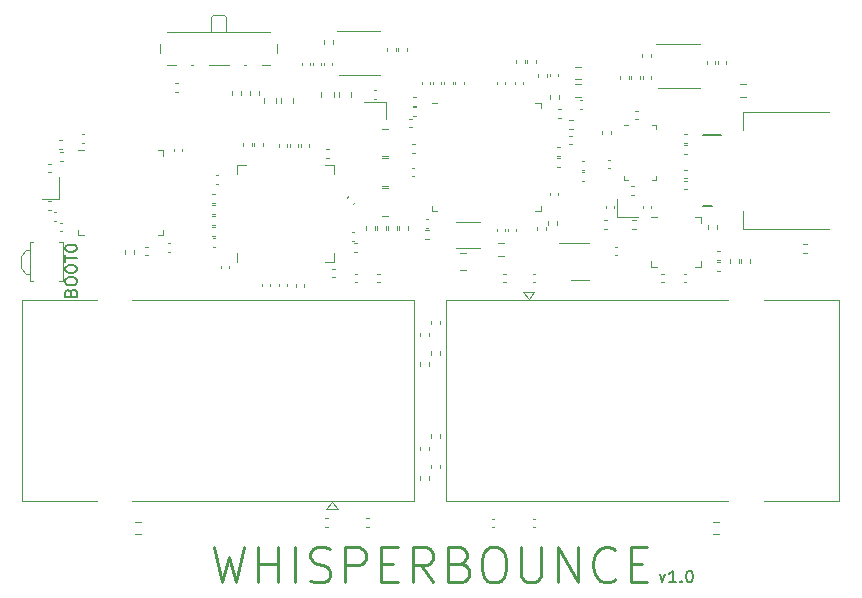
<source format=gbr>
G04 #@! TF.GenerationSoftware,KiCad,Pcbnew,5.99.0-unknown-r23941-4f651901*
G04 #@! TF.CreationDate,2020-11-30T00:39:53+01:00*
G04 #@! TF.ProjectId,whisperbounce,77686973-7065-4726-926f-756e63652e6b,rev?*
G04 #@! TF.SameCoordinates,Original*
G04 #@! TF.FileFunction,Legend,Top*
G04 #@! TF.FilePolarity,Positive*
%FSLAX46Y46*%
G04 Gerber Fmt 4.6, Leading zero omitted, Abs format (unit mm)*
G04 Created by KiCad (PCBNEW 5.99.0-unknown-r23941-4f651901) date 2020-11-30 00:39:53*
%MOMM*%
%LPD*%
G01*
G04 APERTURE LIST*
%ADD10C,0.150000*%
%ADD11C,0.250000*%
%ADD12C,0.120000*%
%ADD13C,0.100000*%
G04 APERTURE END LIST*
D10*
X164341428Y-97575714D02*
X164579523Y-98242380D01*
X164817619Y-97575714D01*
X165722380Y-98242380D02*
X165150952Y-98242380D01*
X165436666Y-98242380D02*
X165436666Y-97242380D01*
X165341428Y-97385238D01*
X165246190Y-97480476D01*
X165150952Y-97528095D01*
X166150952Y-98147142D02*
X166198571Y-98194761D01*
X166150952Y-98242380D01*
X166103333Y-98194761D01*
X166150952Y-98147142D01*
X166150952Y-98242380D01*
X166817619Y-97242380D02*
X166912857Y-97242380D01*
X167008095Y-97290000D01*
X167055714Y-97337619D01*
X167103333Y-97432857D01*
X167150952Y-97623333D01*
X167150952Y-97861428D01*
X167103333Y-98051904D01*
X167055714Y-98147142D01*
X167008095Y-98194761D01*
X166912857Y-98242380D01*
X166817619Y-98242380D01*
X166722380Y-98194761D01*
X166674761Y-98147142D01*
X166627142Y-98051904D01*
X166579523Y-97861428D01*
X166579523Y-97623333D01*
X166627142Y-97432857D01*
X166674761Y-97337619D01*
X166722380Y-97290000D01*
X166817619Y-97242380D01*
X114468571Y-73713333D02*
X114516190Y-73570476D01*
X114563809Y-73522857D01*
X114659047Y-73475238D01*
X114801904Y-73475238D01*
X114897142Y-73522857D01*
X114944761Y-73570476D01*
X114992380Y-73665714D01*
X114992380Y-74046666D01*
X113992380Y-74046666D01*
X113992380Y-73713333D01*
X114040000Y-73618095D01*
X114087619Y-73570476D01*
X114182857Y-73522857D01*
X114278095Y-73522857D01*
X114373333Y-73570476D01*
X114420952Y-73618095D01*
X114468571Y-73713333D01*
X114468571Y-74046666D01*
X113992380Y-72856190D02*
X113992380Y-72665714D01*
X114040000Y-72570476D01*
X114135238Y-72475238D01*
X114325714Y-72427619D01*
X114659047Y-72427619D01*
X114849523Y-72475238D01*
X114944761Y-72570476D01*
X114992380Y-72665714D01*
X114992380Y-72856190D01*
X114944761Y-72951428D01*
X114849523Y-73046666D01*
X114659047Y-73094285D01*
X114325714Y-73094285D01*
X114135238Y-73046666D01*
X114040000Y-72951428D01*
X113992380Y-72856190D01*
X113992380Y-71808571D02*
X113992380Y-71618095D01*
X114040000Y-71522857D01*
X114135238Y-71427619D01*
X114325714Y-71380000D01*
X114659047Y-71380000D01*
X114849523Y-71427619D01*
X114944761Y-71522857D01*
X114992380Y-71618095D01*
X114992380Y-71808571D01*
X114944761Y-71903809D01*
X114849523Y-71999047D01*
X114659047Y-72046666D01*
X114325714Y-72046666D01*
X114135238Y-71999047D01*
X114040000Y-71903809D01*
X113992380Y-71808571D01*
X113992380Y-71094285D02*
X113992380Y-70522857D01*
X114992380Y-70808571D02*
X113992380Y-70808571D01*
X113992380Y-69999047D02*
X113992380Y-69903809D01*
X114040000Y-69808571D01*
X114087619Y-69760952D01*
X114182857Y-69713333D01*
X114373333Y-69665714D01*
X114611428Y-69665714D01*
X114801904Y-69713333D01*
X114897142Y-69760952D01*
X114944761Y-69808571D01*
X114992380Y-69903809D01*
X114992380Y-69999047D01*
X114944761Y-70094285D01*
X114897142Y-70141904D01*
X114801904Y-70189523D01*
X114611428Y-70237142D01*
X114373333Y-70237142D01*
X114182857Y-70189523D01*
X114087619Y-70141904D01*
X114040000Y-70094285D01*
X113992380Y-69999047D01*
D11*
X126591428Y-95237142D02*
X127305714Y-98237142D01*
X127877142Y-96094285D01*
X128448571Y-98237142D01*
X129162857Y-95237142D01*
X130305714Y-98237142D02*
X130305714Y-95237142D01*
X130305714Y-96665714D02*
X132019999Y-96665714D01*
X132019999Y-98237142D02*
X132019999Y-95237142D01*
X133448571Y-98237142D02*
X133448571Y-95237142D01*
X134734285Y-98094285D02*
X135162857Y-98237142D01*
X135877142Y-98237142D01*
X136162857Y-98094285D01*
X136305714Y-97951428D01*
X136448571Y-97665714D01*
X136448571Y-97380000D01*
X136305714Y-97094285D01*
X136162857Y-96951428D01*
X135877142Y-96808571D01*
X135305714Y-96665714D01*
X135020000Y-96522857D01*
X134877142Y-96380000D01*
X134734285Y-96094285D01*
X134734285Y-95808571D01*
X134877142Y-95522857D01*
X135020000Y-95380000D01*
X135305714Y-95237142D01*
X136020000Y-95237142D01*
X136448571Y-95380000D01*
X137734285Y-98237142D02*
X137734285Y-95237142D01*
X138877142Y-95237142D01*
X139162857Y-95380000D01*
X139305714Y-95522857D01*
X139448571Y-95808571D01*
X139448571Y-96237142D01*
X139305714Y-96522857D01*
X139162857Y-96665714D01*
X138877142Y-96808571D01*
X137734285Y-96808571D01*
X140734285Y-96665714D02*
X141734285Y-96665714D01*
X142162857Y-98237142D02*
X140734285Y-98237142D01*
X140734285Y-95237142D01*
X142162857Y-95237142D01*
X145162857Y-98237142D02*
X144162857Y-96808571D01*
X143448571Y-98237142D02*
X143448571Y-95237142D01*
X144591428Y-95237142D01*
X144877142Y-95380000D01*
X145020000Y-95522857D01*
X145162857Y-95808571D01*
X145162857Y-96237142D01*
X145020000Y-96522857D01*
X144877142Y-96665714D01*
X144591428Y-96808571D01*
X143448571Y-96808571D01*
X147448571Y-96665714D02*
X147877142Y-96808571D01*
X148020000Y-96951428D01*
X148162857Y-97237142D01*
X148162857Y-97665714D01*
X148020000Y-97951428D01*
X147877142Y-98094285D01*
X147591428Y-98237142D01*
X146448571Y-98237142D01*
X146448571Y-95237142D01*
X147448571Y-95237142D01*
X147734285Y-95380000D01*
X147877142Y-95522857D01*
X148020000Y-95808571D01*
X148020000Y-96094285D01*
X147877142Y-96380000D01*
X147734285Y-96522857D01*
X147448571Y-96665714D01*
X146448571Y-96665714D01*
X150020000Y-95237142D02*
X150591428Y-95237142D01*
X150877142Y-95380000D01*
X151162857Y-95665714D01*
X151305714Y-96237142D01*
X151305714Y-97237142D01*
X151162857Y-97808571D01*
X150877142Y-98094285D01*
X150591428Y-98237142D01*
X150020000Y-98237142D01*
X149734285Y-98094285D01*
X149448571Y-97808571D01*
X149305714Y-97237142D01*
X149305714Y-96237142D01*
X149448571Y-95665714D01*
X149734285Y-95380000D01*
X150020000Y-95237142D01*
X152591428Y-95237142D02*
X152591428Y-97665714D01*
X152734285Y-97951428D01*
X152877142Y-98094285D01*
X153162857Y-98237142D01*
X153734285Y-98237142D01*
X154020000Y-98094285D01*
X154162857Y-97951428D01*
X154305714Y-97665714D01*
X154305714Y-95237142D01*
X155734285Y-98237142D02*
X155734285Y-95237142D01*
X157448571Y-98237142D01*
X157448571Y-95237142D01*
X160591428Y-97951428D02*
X160448571Y-98094285D01*
X160020000Y-98237142D01*
X159734285Y-98237142D01*
X159305714Y-98094285D01*
X159020000Y-97808571D01*
X158877142Y-97522857D01*
X158734285Y-96951428D01*
X158734285Y-96522857D01*
X158877142Y-95951428D01*
X159020000Y-95665714D01*
X159305714Y-95380000D01*
X159734285Y-95237142D01*
X160020000Y-95237142D01*
X160448571Y-95380000D01*
X160591428Y-95522857D01*
X161877142Y-96665714D02*
X162877142Y-96665714D01*
X163305714Y-98237142D02*
X161877142Y-98237142D01*
X161877142Y-95237142D01*
X163305714Y-95237142D01*
D12*
G04 #@! TO.C,C13*
X155887836Y-62325000D02*
X155672164Y-62325000D01*
X155887836Y-63045000D02*
X155672164Y-63045000D01*
G04 #@! TO.C,U8*
X137200000Y-55250000D02*
X140700000Y-55250000D01*
X140700000Y-51550000D02*
X137000000Y-51550000D01*
G04 #@! TO.C,C21*
X159932164Y-63200000D02*
X160147836Y-63200000D01*
X159932164Y-62480000D02*
X160147836Y-62480000D01*
G04 #@! TO.C,C47*
X113749414Y-67816251D02*
X113533742Y-67816251D01*
X113749414Y-68536251D02*
X113533742Y-68536251D01*
G04 #@! TO.C,C84*
X151297836Y-72850000D02*
X151082164Y-72850000D01*
X151297836Y-72130000D02*
X151082164Y-72130000D01*
G04 #@! TO.C,R17*
X130380000Y-56646359D02*
X130380000Y-56953641D01*
X129620000Y-56646359D02*
X129620000Y-56953641D01*
G04 #@! TO.C,C12*
X157967835Y-63330000D02*
X157752163Y-63330000D01*
X157967835Y-62610000D02*
X157752163Y-62610000D01*
G04 #@! TO.C,FB4*
X150662742Y-70572500D02*
X151137258Y-70572500D01*
X150662742Y-69527500D02*
X151137258Y-69527500D01*
G04 #@! TO.C,FB6*
X138242500Y-56712742D02*
X138242500Y-57187258D01*
X137197500Y-56712742D02*
X137197500Y-57187258D01*
G04 #@! TO.C,C23*
X156692164Y-61160000D02*
X156907836Y-61160000D01*
X156692164Y-60440000D02*
X156907836Y-60440000D01*
G04 #@! TO.C,R18*
X128120000Y-56646359D02*
X128120000Y-56953641D01*
X128880000Y-56646359D02*
X128880000Y-56953641D01*
G04 #@! TO.C,C67*
X134680000Y-61152164D02*
X134680000Y-61367836D01*
X133960000Y-61152164D02*
X133960000Y-61367836D01*
G04 #@! TO.C,R32*
X126733641Y-68900000D02*
X126426359Y-68900000D01*
X126733641Y-68140000D02*
X126426359Y-68140000D01*
G04 #@! TO.C,C62*
X133040000Y-61152164D02*
X133040000Y-61367836D01*
X133760000Y-61152164D02*
X133760000Y-61367836D01*
G04 #@! TO.C,C68*
X126482164Y-67230000D02*
X126697836Y-67230000D01*
X126482164Y-67950000D02*
X126697836Y-67950000D01*
G04 #@! TO.C,C76*
X140117164Y-57285000D02*
X140332836Y-57285000D01*
X140117164Y-56565000D02*
X140332836Y-56565000D01*
G04 #@! TO.C,R22*
X136655000Y-52653641D02*
X136655000Y-52346359D01*
X135895000Y-52653641D02*
X135895000Y-52346359D01*
G04 #@! TO.C,C42*
X145860000Y-56057836D02*
X145860000Y-55842164D01*
X145140000Y-56057836D02*
X145140000Y-55842164D01*
D13*
G04 #@! TO.C,D1*
X179710000Y-69930000D02*
G75*
G03*
X179710000Y-69930000I-50000J0D01*
G01*
D12*
G04 #@! TO.C,R29*
X141345000Y-68378641D02*
X141345000Y-68071359D01*
X142105000Y-68378641D02*
X142105000Y-68071359D01*
G04 #@! TO.C,C40*
X143492164Y-58760000D02*
X143707836Y-58760000D01*
X143492164Y-58040000D02*
X143707836Y-58040000D01*
G04 #@! TO.C,C8*
X166617836Y-63320000D02*
X166402164Y-63320000D01*
X166617836Y-64040000D02*
X166402164Y-64040000D01*
G04 #@! TO.C,C35*
X152090000Y-56057836D02*
X152090000Y-55842164D01*
X152810000Y-56057836D02*
X152810000Y-55842164D01*
G04 #@! TO.C,R20*
X113446359Y-61580000D02*
X113753641Y-61580000D01*
X113446359Y-60820000D02*
X113753641Y-60820000D01*
G04 #@! TO.C,X1*
X141175000Y-57550000D02*
X139325000Y-57550000D01*
X141175000Y-59000000D02*
X141175000Y-57550000D01*
G04 #@! TO.C,C74*
X134040000Y-54237164D02*
X134040000Y-54452836D01*
X134760000Y-54237164D02*
X134760000Y-54452836D01*
G04 #@! TO.C,C52*
X121007836Y-69840000D02*
X120792164Y-69840000D01*
X121007836Y-70560000D02*
X120792164Y-70560000D01*
G04 #@! TO.C,R35*
X145020000Y-88296359D02*
X145020000Y-88603641D01*
X145780000Y-88296359D02*
X145780000Y-88603641D01*
G04 #@! TO.C,C37*
X157572164Y-58150000D02*
X157787836Y-58150000D01*
X157572164Y-57430000D02*
X157787836Y-57430000D01*
G04 #@! TO.C,R8*
X169210000Y-67996359D02*
X169210000Y-68303641D01*
X168450000Y-67996359D02*
X168450000Y-68303641D01*
G04 #@! TO.C,C14*
X157967836Y-64250000D02*
X157752164Y-64250000D01*
X157967836Y-63530000D02*
X157752164Y-63530000D01*
G04 #@! TO.C,C33*
X150540000Y-68292164D02*
X150540000Y-68507836D01*
X151260000Y-68292164D02*
X151260000Y-68507836D01*
G04 #@! TO.C,C2*
X169260000Y-54327836D02*
X169260000Y-54112164D01*
X169980000Y-54327836D02*
X169980000Y-54112164D01*
D10*
G04 #@! TO.C,U3*
X168000000Y-66370000D02*
X168750000Y-66370000D01*
X168000000Y-60370000D02*
X169500000Y-60370000D01*
D12*
G04 #@! TO.C,U7*
X121855000Y-61640000D02*
X122330000Y-61640000D01*
X122330000Y-61640000D02*
X122330000Y-62115000D01*
X115585000Y-68860000D02*
X115110000Y-68860000D01*
X121855000Y-68860000D02*
X122330000Y-68860000D01*
X122330000Y-68860000D02*
X122330000Y-68385000D01*
X115585000Y-61640000D02*
X115110000Y-61640000D01*
X115110000Y-68860000D02*
X115110000Y-68385000D01*
G04 #@! TO.C,C81*
X150142164Y-92840000D02*
X150357836Y-92840000D01*
X150142164Y-93560000D02*
X150357836Y-93560000D01*
G04 #@! TO.C,R37*
X176516359Y-70320000D02*
X176823641Y-70320000D01*
X176516359Y-69560000D02*
X176823641Y-69560000D01*
G04 #@! TO.C,C78*
X138757836Y-72130000D02*
X138542164Y-72130000D01*
X138757836Y-72850000D02*
X138542164Y-72850000D01*
G04 #@! TO.C,C49*
X112777836Y-63535000D02*
X112562164Y-63535000D01*
X112777836Y-62815000D02*
X112562164Y-62815000D01*
G04 #@! TO.C,C41*
X146090000Y-56057836D02*
X146090000Y-55842164D01*
X146810000Y-56057836D02*
X146810000Y-55842164D01*
G04 #@! TO.C,C32*
X144757836Y-68210000D02*
X144542164Y-68210000D01*
X144757836Y-67490000D02*
X144542164Y-67490000D01*
G04 #@! TO.C,R10*
X155020000Y-56996359D02*
X155020000Y-57303641D01*
X155780000Y-56996359D02*
X155780000Y-57303641D01*
G04 #@! TO.C,C50*
X112562164Y-66710000D02*
X112777836Y-66710000D01*
X112562164Y-65990000D02*
X112777836Y-65990000D01*
G04 #@! TO.C,FB8*
X131872500Y-57202742D02*
X131872500Y-57677258D01*
X130827500Y-57202742D02*
X130827500Y-57677258D01*
G04 #@! TO.C,C1*
X162272164Y-59030000D02*
X162487836Y-59030000D01*
X162272164Y-58310000D02*
X162487836Y-58310000D01*
G04 #@! TO.C,Y2*
X113470000Y-65750000D02*
X113470000Y-63900000D01*
X112020000Y-65750000D02*
X113470000Y-65750000D01*
G04 #@! TO.C,C25*
X143607836Y-61140000D02*
X143392164Y-61140000D01*
X143607836Y-61860000D02*
X143392164Y-61860000D01*
G04 #@! TO.C,R15*
X154680000Y-68146359D02*
X154680000Y-68453641D01*
X153920000Y-68146359D02*
X153920000Y-68453641D01*
G04 #@! TO.C,C48*
X123190000Y-61757836D02*
X123190000Y-61542164D01*
X123910000Y-61757836D02*
X123910000Y-61542164D01*
G04 #@! TO.C,R34*
X144830000Y-87053641D02*
X144830000Y-86746359D01*
X144070000Y-87053641D02*
X144070000Y-86746359D01*
G04 #@! TO.C,C46*
X122692164Y-70260000D02*
X122907836Y-70260000D01*
X122692164Y-69540000D02*
X122907836Y-69540000D01*
G04 #@! TO.C,C60*
X126752164Y-63760000D02*
X126967836Y-63760000D01*
X126752164Y-64480000D02*
X126967836Y-64480000D01*
G04 #@! TO.C,C36*
X144190000Y-56057836D02*
X144190000Y-55842164D01*
X144910000Y-56057836D02*
X144910000Y-55842164D01*
G04 #@! TO.C,C5*
X166617836Y-64960000D02*
X166402164Y-64960000D01*
X166617836Y-64240000D02*
X166402164Y-64240000D01*
G04 #@! TO.C,R31*
X140205000Y-68378641D02*
X140205000Y-68071359D01*
X139445000Y-68378641D02*
X139445000Y-68071359D01*
G04 #@! TO.C,C63*
X138677836Y-70240000D02*
X138462164Y-70240000D01*
X138677836Y-69520000D02*
X138462164Y-69520000D01*
G04 #@! TO.C,L1*
X147100000Y-67700000D02*
X149100000Y-67700000D01*
X147100000Y-69900000D02*
X149100000Y-69900000D01*
G04 #@! TO.C,C29*
X143557836Y-63860000D02*
X143342164Y-63860000D01*
X143557836Y-63140000D02*
X143342164Y-63140000D01*
G04 #@! TO.C,R7*
X162183641Y-64670000D02*
X161876359Y-64670000D01*
X162183641Y-65430000D02*
X161876359Y-65430000D01*
G04 #@! TO.C,C75*
X129820000Y-61087164D02*
X129820000Y-61302836D01*
X129100000Y-61087164D02*
X129100000Y-61302836D01*
G04 #@! TO.C,R11*
X154020000Y-55171359D02*
X154020000Y-55478641D01*
X154780000Y-55171359D02*
X154780000Y-55478641D01*
G04 #@! TO.C,C45*
X115392164Y-60290000D02*
X115607836Y-60290000D01*
X115392164Y-61010000D02*
X115607836Y-61010000D01*
G04 #@! TO.C,U2*
X161350000Y-64180000D02*
X161350000Y-63830000D01*
X161700000Y-64180000D02*
X161350000Y-64180000D01*
X164050000Y-63830000D02*
X164050000Y-64180000D01*
X161700000Y-59480000D02*
X161350000Y-59480000D01*
X163700000Y-59480000D02*
X164050000Y-59480000D01*
X164050000Y-64180000D02*
X163700000Y-64180000D01*
X164050000Y-59480000D02*
X164050000Y-59830000D01*
G04 #@! TO.C,C71*
X138477836Y-69320000D02*
X138262164Y-69320000D01*
X138477836Y-68600000D02*
X138262164Y-68600000D01*
G04 #@! TO.C,C44*
X113807836Y-62560000D02*
X113592164Y-62560000D01*
X113807836Y-61840000D02*
X113592164Y-61840000D01*
G04 #@! TO.C,C64*
X138505810Y-66078307D02*
X138353307Y-66230810D01*
X137996693Y-65569190D02*
X137844190Y-65721693D01*
G04 #@! TO.C,C82*
X153817836Y-93560000D02*
X153602164Y-93560000D01*
X153817836Y-92840000D02*
X153602164Y-92840000D01*
G04 #@! TO.C,U9*
X136760000Y-71110000D02*
X136010000Y-71110000D01*
X136760000Y-62890000D02*
X136010000Y-62890000D01*
X136760000Y-63640000D02*
X136760000Y-62890000D01*
X128540000Y-63640000D02*
X128540000Y-62890000D01*
X128540000Y-70360000D02*
X128540000Y-71110000D01*
X128540000Y-62890000D02*
X129290000Y-62890000D01*
X136760000Y-70360000D02*
X136760000Y-71110000D01*
G04 #@! TO.C,RN4*
X141330000Y-62180000D02*
X140830000Y-62180000D01*
X141330000Y-59820000D02*
X140830000Y-59820000D01*
G04 #@! TO.C,R19*
X123603641Y-56730000D02*
X123296359Y-56730000D01*
X123603641Y-55970000D02*
X123296359Y-55970000D01*
G04 #@! TO.C,RN2*
X141330000Y-64850000D02*
X140830000Y-64850000D01*
X141330000Y-67210000D02*
X140830000Y-67210000D01*
G04 #@! TO.C,RN3*
X141330000Y-64690000D02*
X140830000Y-64690000D01*
X141330000Y-62330000D02*
X140830000Y-62330000D01*
G04 #@! TO.C,C6*
X166617836Y-61240000D02*
X166402164Y-61240000D01*
X166617836Y-61960000D02*
X166402164Y-61960000D01*
G04 #@! TO.C,C9*
X166617836Y-60320000D02*
X166402164Y-60320000D01*
X166617836Y-61040000D02*
X166402164Y-61040000D01*
G04 #@! TO.C,Y1*
X160690000Y-67270000D02*
X162540000Y-67270000D01*
X160690000Y-65820000D02*
X160690000Y-67270000D01*
G04 #@! TO.C,R1*
X171270000Y-70896359D02*
X171270000Y-71203641D01*
X172030000Y-70896359D02*
X172030000Y-71203641D01*
G04 #@! TO.C,C15*
X159760000Y-66362164D02*
X159760000Y-66577836D01*
X160480000Y-66362164D02*
X160480000Y-66577836D01*
G04 #@! TO.C,C57*
X133550000Y-73217836D02*
X133550000Y-73002164D01*
X134270000Y-73217836D02*
X134270000Y-73002164D01*
G04 #@! TO.C,C69*
X136857836Y-72430000D02*
X136642164Y-72430000D01*
X136857836Y-71710000D02*
X136642164Y-71710000D01*
G04 #@! TO.C,R16*
X144803641Y-69180000D02*
X144496359Y-69180000D01*
X144803641Y-68420000D02*
X144496359Y-68420000D01*
G04 #@! TO.C,C54*
X132080000Y-73167836D02*
X132080000Y-72952164D01*
X132800000Y-73167836D02*
X132800000Y-72952164D01*
G04 #@! TO.C,FB10*
X168862742Y-94182500D02*
X169337258Y-94182500D01*
X168862742Y-93137500D02*
X169337258Y-93137500D01*
G04 #@! TO.C,C30*
X155040000Y-65242164D02*
X155040000Y-65457836D01*
X155760000Y-65242164D02*
X155760000Y-65457836D01*
G04 #@! TO.C,C61*
X127190000Y-71667836D02*
X127190000Y-71452164D01*
X127910000Y-71667836D02*
X127910000Y-71452164D01*
G04 #@! TO.C,U6*
X153795000Y-57620000D02*
X154270000Y-57620000D01*
X153795000Y-66840000D02*
X154270000Y-66840000D01*
X145525000Y-57620000D02*
X145050000Y-57620000D01*
X145050000Y-66840000D02*
X145050000Y-66365000D01*
X145525000Y-66840000D02*
X145050000Y-66840000D01*
X154270000Y-57620000D02*
X154270000Y-58095000D01*
X154270000Y-66840000D02*
X154270000Y-66365000D01*
G04 #@! TO.C,C19*
X163610000Y-55372164D02*
X163610000Y-55587836D01*
X162890000Y-55372164D02*
X162890000Y-55587836D01*
G04 #@! TO.C,U4*
X167375000Y-67310000D02*
X167850000Y-67310000D01*
X164105000Y-71530000D02*
X163630000Y-71530000D01*
X167850000Y-71530000D02*
X167850000Y-71055000D01*
X167850000Y-67310000D02*
X167850000Y-67785000D01*
X163630000Y-71530000D02*
X163630000Y-71055000D01*
X164105000Y-67310000D02*
X163630000Y-67310000D01*
X167375000Y-71530000D02*
X167850000Y-71530000D01*
G04 #@! TO.C,C55*
X141265000Y-53232836D02*
X141265000Y-53017164D01*
X141985000Y-53232836D02*
X141985000Y-53017164D01*
G04 #@! TO.C,C80*
X139717836Y-92810000D02*
X139502164Y-92810000D01*
X139717836Y-93530000D02*
X139502164Y-93530000D01*
G04 #@! TO.C,C65*
X132830000Y-61152164D02*
X132830000Y-61367836D01*
X132110000Y-61152164D02*
X132110000Y-61367836D01*
G04 #@! TO.C,C70*
X136347836Y-62300000D02*
X136132164Y-62300000D01*
X136347836Y-61580000D02*
X136132164Y-61580000D01*
G04 #@! TO.C,R28*
X142295000Y-68378641D02*
X142295000Y-68071359D01*
X143055000Y-68378641D02*
X143055000Y-68071359D01*
G04 #@! TO.C,R27*
X145020000Y-76096359D02*
X145020000Y-76403641D01*
X145780000Y-76096359D02*
X145780000Y-76403641D01*
G04 #@! TO.C,C73*
X135685000Y-54242164D02*
X135685000Y-54457836D01*
X134965000Y-54242164D02*
X134965000Y-54457836D01*
G04 #@! TO.C,R36*
X145780000Y-78646359D02*
X145780000Y-78953641D01*
X145020000Y-78646359D02*
X145020000Y-78953641D01*
G04 #@! TO.C,C43*
X147986252Y-70340000D02*
X147463748Y-70340000D01*
X147986252Y-71810000D02*
X147463748Y-71810000D01*
G04 #@! TO.C,FB2*
X171657258Y-57122500D02*
X171182742Y-57122500D01*
X171657258Y-56077500D02*
X171182742Y-56077500D01*
G04 #@! TO.C,R12*
X155690000Y-67973641D02*
X155690000Y-67666359D01*
X154930000Y-67973641D02*
X154930000Y-67666359D01*
G04 #@! TO.C,C79*
X136012164Y-93520000D02*
X136227836Y-93520000D01*
X136012164Y-92800000D02*
X136227836Y-92800000D01*
G04 #@! TO.C,C20*
X143357836Y-58990000D02*
X143142164Y-58990000D01*
X143357836Y-59710000D02*
X143142164Y-59710000D01*
G04 #@! TO.C,C7*
X161730000Y-55372164D02*
X161730000Y-55587836D01*
X161010000Y-55372164D02*
X161010000Y-55587836D01*
G04 #@! TO.C,C17*
X164697836Y-72840000D02*
X164482164Y-72840000D01*
X164697836Y-72120000D02*
X164482164Y-72120000D01*
G04 #@! TO.C,R2*
X170330000Y-71203641D02*
X170330000Y-70896359D01*
X171090000Y-71203641D02*
X171090000Y-70896359D01*
G04 #@! TO.C,U5*
X157600000Y-69540000D02*
X158400000Y-69540000D01*
X157600000Y-72660000D02*
X156800000Y-72660000D01*
X157600000Y-72660000D02*
X158400000Y-72660000D01*
X157600000Y-69540000D02*
X155800000Y-69540000D01*
G04 #@! TO.C,R30*
X140395000Y-68378641D02*
X140395000Y-68071359D01*
X141155000Y-68378641D02*
X141155000Y-68071359D01*
G04 #@! TO.C,R21*
X119070000Y-70146359D02*
X119070000Y-70453641D01*
X119830000Y-70146359D02*
X119830000Y-70453641D01*
G04 #@! TO.C,J1*
X171410000Y-68330000D02*
X178670000Y-68330000D01*
X171410000Y-58430000D02*
X178670000Y-58430000D01*
X171410000Y-68330000D02*
X171410000Y-66830000D01*
X171410000Y-59930000D02*
X171410000Y-58430000D01*
G04 #@! TO.C,R5*
X169463641Y-70210000D02*
X169156359Y-70210000D01*
X169463641Y-70970000D02*
X169156359Y-70970000D01*
G04 #@! TO.C,C22*
X153115000Y-54232836D02*
X153115000Y-54017164D01*
X153835000Y-54232836D02*
X153835000Y-54017164D01*
G04 #@! TO.C,C4*
X162890000Y-66567836D02*
X162890000Y-66352164D01*
X163610000Y-66567836D02*
X163610000Y-66352164D01*
G04 #@! TO.C,C59*
X126492164Y-69090000D02*
X126707836Y-69090000D01*
X126492164Y-69810000D02*
X126707836Y-69810000D01*
G04 #@! TO.C,C38*
X160542164Y-70535000D02*
X160757836Y-70535000D01*
X160542164Y-69815000D02*
X160757836Y-69815000D01*
G04 #@! TO.C,C26*
X152215000Y-54232836D02*
X152215000Y-54017164D01*
X152935000Y-54232836D02*
X152935000Y-54017164D01*
G04 #@! TO.C,C72*
X136635000Y-54242164D02*
X136635000Y-54457836D01*
X135915000Y-54242164D02*
X135915000Y-54457836D01*
G04 #@! TO.C,C3*
X168340000Y-54327836D02*
X168340000Y-54112164D01*
X169060000Y-54327836D02*
X169060000Y-54112164D01*
G04 #@! TO.C,FB7*
X135697500Y-56712742D02*
X135697500Y-57187258D01*
X136742500Y-56712742D02*
X136742500Y-57187258D01*
G04 #@! TO.C,C11*
X155887836Y-62135000D02*
X155672164Y-62135000D01*
X155887836Y-61415000D02*
X155672164Y-61415000D01*
G04 #@! TO.C,FB5*
X133332500Y-57202742D02*
X133332500Y-57677258D01*
X132287500Y-57202742D02*
X132287500Y-57677258D01*
G04 #@! TO.C,R23*
X130790000Y-61323641D02*
X130790000Y-61016359D01*
X130030000Y-61323641D02*
X130030000Y-61016359D01*
G04 #@! TO.C,C66*
X131390000Y-73187836D02*
X131390000Y-72972164D01*
X130670000Y-73187836D02*
X130670000Y-72972164D01*
G04 #@! TO.C,C27*
X147040000Y-56057836D02*
X147040000Y-55842164D01*
X147760000Y-56057836D02*
X147760000Y-55842164D01*
G04 #@! TO.C,C39*
X155742164Y-58190000D02*
X155957836Y-58190000D01*
X155742164Y-58910000D02*
X155957836Y-58910000D01*
G04 #@! TO.C,C24*
X151260000Y-56057836D02*
X151260000Y-55842164D01*
X150540000Y-56057836D02*
X150540000Y-55842164D01*
G04 #@! TO.C,C10*
X162670000Y-55372164D02*
X162670000Y-55587836D01*
X161950000Y-55372164D02*
X161950000Y-55587836D01*
G04 #@! TO.C,U1*
X164220000Y-56390000D02*
X167720000Y-56390000D01*
X167720000Y-52690000D02*
X164020000Y-52690000D01*
G04 #@! TO.C,R24*
X144070000Y-79928641D02*
X144070000Y-79621359D01*
X144830000Y-79928641D02*
X144830000Y-79621359D01*
G04 #@! TO.C,C51*
X113042164Y-66890000D02*
X113257836Y-66890000D01*
X113042164Y-67610000D02*
X113257836Y-67610000D01*
G04 #@! TO.C,FB3*
X157687258Y-55622500D02*
X157212742Y-55622500D01*
X157687258Y-54577500D02*
X157212742Y-54577500D01*
G04 #@! TO.C,J3*
X143560000Y-91320000D02*
X119680000Y-91320000D01*
X136090000Y-92050000D02*
X136590000Y-91450000D01*
X119670000Y-74330000D02*
X143560000Y-74330000D01*
X110340000Y-74330000D02*
X116680000Y-74330000D01*
X110340000Y-91320000D02*
X116670000Y-91320000D01*
X137090000Y-92050000D02*
X136590000Y-91450000D01*
X143560000Y-74330000D02*
X143560000Y-91320000D01*
X137090000Y-92050000D02*
X136090000Y-92050000D01*
X110340000Y-74330000D02*
X110340000Y-91320000D01*
G04 #@! TO.C,R33*
X144830000Y-77403641D02*
X144830000Y-77096359D01*
X144070000Y-77403641D02*
X144070000Y-77096359D01*
G04 #@! TO.C,C56*
X126472164Y-67030000D02*
X126687836Y-67030000D01*
X126472164Y-66310000D02*
X126687836Y-66310000D01*
G04 #@! TO.C,FB9*
X120407258Y-93127500D02*
X119932742Y-93127500D01*
X120407258Y-94172500D02*
X119932742Y-94172500D01*
G04 #@! TO.C,J4*
X152740000Y-73620000D02*
X153740000Y-73620000D01*
X179490000Y-91340000D02*
X173150000Y-91340000D01*
X179490000Y-74350000D02*
X173160000Y-74350000D01*
X152740000Y-73620000D02*
X153240000Y-74220000D01*
X146270000Y-74350000D02*
X170150000Y-74350000D01*
X146270000Y-91340000D02*
X146270000Y-74350000D01*
X153740000Y-73620000D02*
X153240000Y-74220000D01*
X179490000Y-91340000D02*
X179490000Y-74350000D01*
X170160000Y-91340000D02*
X146270000Y-91340000D01*
G04 #@! TO.C,R9*
X163630000Y-53783641D02*
X163630000Y-53476359D01*
X162870000Y-53783641D02*
X162870000Y-53476359D01*
G04 #@! TO.C,C77*
X140637836Y-72130000D02*
X140422164Y-72130000D01*
X140637836Y-72850000D02*
X140422164Y-72850000D01*
G04 #@! TO.C,R26*
X145780000Y-85721359D02*
X145780000Y-86028641D01*
X145020000Y-85721359D02*
X145020000Y-86028641D01*
G04 #@! TO.C,C53*
X142910000Y-53232836D02*
X142910000Y-53017164D01*
X142190000Y-53232836D02*
X142190000Y-53017164D01*
G04 #@! TO.C,C18*
X159867836Y-68310000D02*
X159652164Y-68310000D01*
X159867836Y-67590000D02*
X159652164Y-67590000D01*
G04 #@! TO.C,C28*
X151490000Y-68292164D02*
X151490000Y-68507836D01*
X152210000Y-68292164D02*
X152210000Y-68507836D01*
G04 #@! TO.C,C16*
X166577836Y-72110000D02*
X166362164Y-72110000D01*
X166577836Y-72830000D02*
X166362164Y-72830000D01*
G04 #@! TO.C,R25*
X144805000Y-89578641D02*
X144805000Y-89271359D01*
X144045000Y-89578641D02*
X144045000Y-89271359D01*
G04 #@! TO.C,R3*
X162006359Y-67550000D02*
X162313641Y-67550000D01*
X162006359Y-68310000D02*
X162313641Y-68310000D01*
G04 #@! TO.C,FB1*
X157687258Y-57122500D02*
X157212742Y-57122500D01*
X157687258Y-56077500D02*
X157212742Y-56077500D01*
G04 #@! TO.C,SW2*
X113790000Y-69450000D02*
X113490000Y-69450000D01*
X110290000Y-70600000D02*
X110670000Y-70100000D01*
X110990000Y-72750000D02*
X110990000Y-69450000D01*
X113790000Y-72750000D02*
X113790000Y-69450000D01*
X110290000Y-71600000D02*
X110670000Y-72100000D01*
X110670000Y-70100000D02*
X110990000Y-70100000D01*
X111290000Y-72750000D02*
X110990000Y-72750000D01*
X113490000Y-72750000D02*
X113790000Y-72750000D01*
X110670000Y-72100000D02*
X110990000Y-72100000D01*
X110990000Y-69450000D02*
X111290000Y-69450000D01*
X110290000Y-71600000D02*
X110290000Y-70600000D01*
G04 #@! TO.C,C34*
X155760000Y-55407836D02*
X155760000Y-55192164D01*
X155040000Y-55407836D02*
X155040000Y-55192164D01*
G04 #@! TO.C,R4*
X169463641Y-71150000D02*
X169156359Y-71150000D01*
X169463641Y-71910000D02*
X169156359Y-71910000D01*
G04 #@! TO.C,SW1*
X127860000Y-54460000D02*
X126160000Y-54460000D01*
X126360000Y-50370000D02*
X126560000Y-50170000D01*
X127660000Y-50370000D02*
X127460000Y-50170000D01*
X127660000Y-51670000D02*
X127660000Y-50370000D01*
X126360000Y-50370000D02*
X126360000Y-51670000D01*
X129360000Y-54460000D02*
X129160000Y-54460000D01*
X131360000Y-54460000D02*
X130660000Y-54460000D01*
X123360000Y-54460000D02*
X122660000Y-54460000D01*
X131360000Y-51670000D02*
X122660000Y-51670000D01*
X124860000Y-54460000D02*
X124660000Y-54460000D01*
X131960000Y-53460000D02*
X131960000Y-52670000D01*
X122060000Y-52670000D02*
X122060000Y-53460000D01*
X126560000Y-50170000D02*
X127460000Y-50170000D01*
G04 #@! TO.C,R13*
X157003641Y-59120000D02*
X156696359Y-59120000D01*
X157003641Y-59880000D02*
X156696359Y-59880000D01*
G04 #@! TO.C,C58*
X126482164Y-65390000D02*
X126697836Y-65390000D01*
X126482164Y-66110000D02*
X126697836Y-66110000D01*
G04 #@! TO.C,R6*
X159490000Y-60006359D02*
X159490000Y-60313641D01*
X160250000Y-60006359D02*
X160250000Y-60313641D01*
G04 #@! TO.C,R14*
X143446359Y-57120000D02*
X143753641Y-57120000D01*
X143446359Y-57880000D02*
X143753641Y-57880000D01*
G04 #@! TO.C,C83*
X153827836Y-72120000D02*
X153612164Y-72120000D01*
X153827836Y-72840000D02*
X153612164Y-72840000D01*
G04 #@! TD*
M02*

</source>
